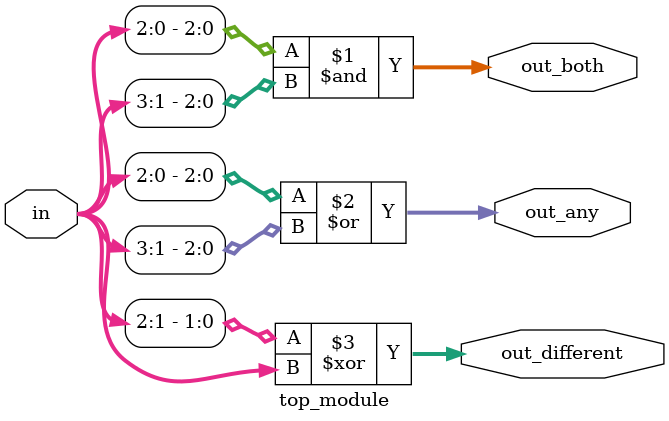
<source format=sv>
module top_module (
	input [3:0] in,
	output [2:0] out_both,
	output [3:1] out_any,
	output [3:0] out_different
);

	assign out_both = in[2:0] & in[3:1];
	assign out_any = in[2:0] | in[3:1];
	assign out_different = {in[3], in[2:1] ^ in[3:0]};

endmodule

</source>
